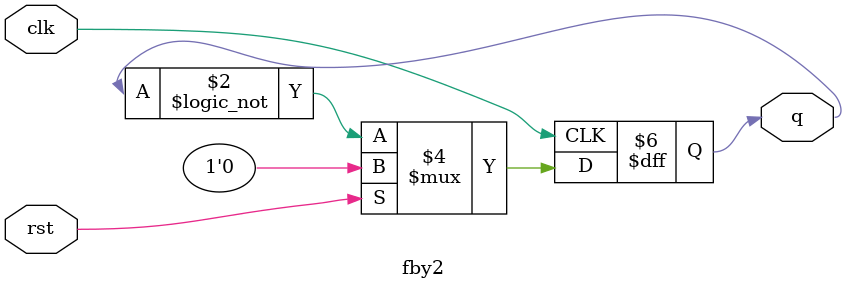
<source format=v>

`timescale 1ns/10ps
module fby2(clk,rst, q);
input clk,rst;
output reg q;

always @(posedge (clk)) begin
if(rst)begin
q <=0;
$display("D-F/F output",q);
end else begin
q <=!q;
$display("D-F/F output",q);
end
end
endmodule

</source>
